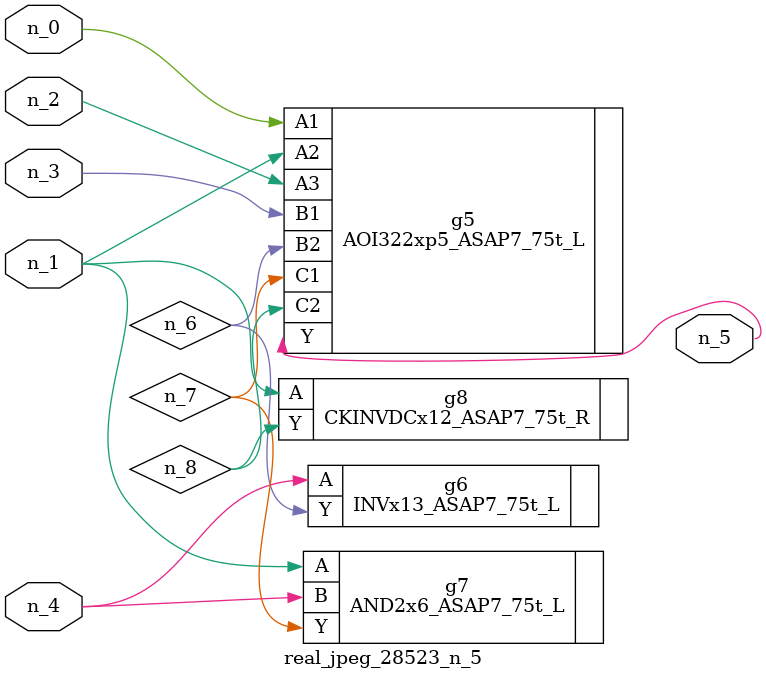
<source format=v>
module real_jpeg_28523_n_5 (n_4, n_0, n_1, n_2, n_3, n_5);

input n_4;
input n_0;
input n_1;
input n_2;
input n_3;

output n_5;

wire n_8;
wire n_6;
wire n_7;

AOI322xp5_ASAP7_75t_L g5 ( 
.A1(n_0),
.A2(n_1),
.A3(n_2),
.B1(n_3),
.B2(n_6),
.C1(n_7),
.C2(n_8),
.Y(n_5)
);

AND2x6_ASAP7_75t_L g7 ( 
.A(n_1),
.B(n_4),
.Y(n_7)
);

CKINVDCx12_ASAP7_75t_R g8 ( 
.A(n_1),
.Y(n_8)
);

INVx13_ASAP7_75t_L g6 ( 
.A(n_4),
.Y(n_6)
);


endmodule
</source>
